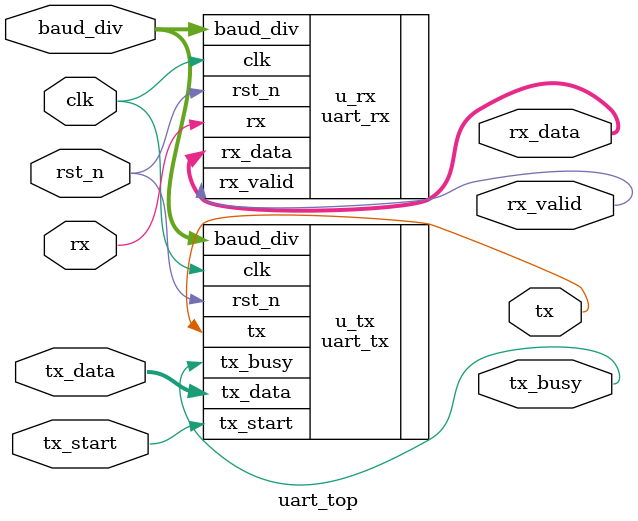
<source format=v>
module uart_top (
    input  wire       clk,
    input  wire       rst_n,
    input  wire       tx_start,
    input  wire [7:0] tx_data,
    input  wire [15:0] baud_div,
    output wire       tx,
    output wire       tx_busy,
    input  wire       rx,
    output wire [7:0] rx_data,
    output wire       rx_valid
);

    uart_tx u_tx (
        .clk(clk),
        .rst_n(rst_n),
        .tx_start(tx_start),
        .tx_data(tx_data),
        .baud_div(baud_div),
        .tx(tx),
        .tx_busy(tx_busy)
    );

    uart_rx u_rx (
        .clk(clk),
        .rst_n(rst_n),
        .rx(rx),
        .baud_div(baud_div),
        .rx_data(rx_data),
        .rx_valid(rx_valid)
    );
endmodule

</source>
